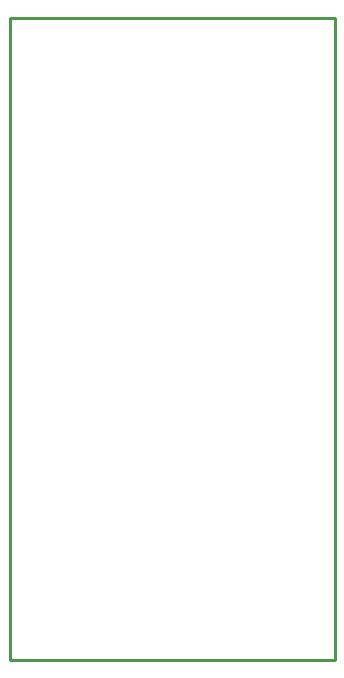
<source format=gbr>
G04 EAGLE Gerber RS-274X export*
G75*
%MOMM*%
%FSLAX34Y34*%
%LPD*%
%IN*%
%IPPOS*%
%AMOC8*
5,1,8,0,0,1.08239X$1,22.5*%
G01*
%ADD10C,0.254000*%


D10*
X3810Y7620D02*
X279200Y7620D01*
X279200Y551690D01*
X3810Y551690D01*
X3810Y7620D01*
M02*

</source>
